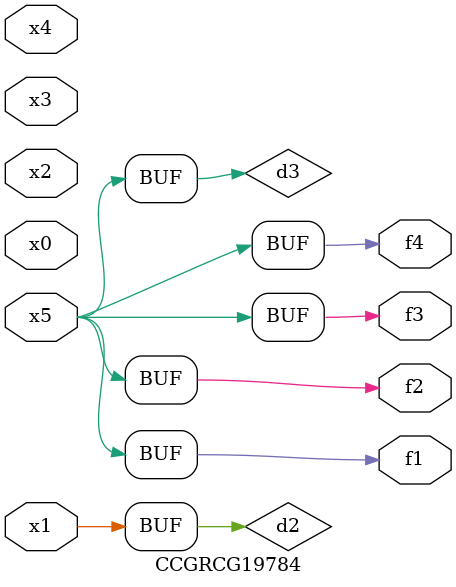
<source format=v>
module CCGRCG19784(
	input x0, x1, x2, x3, x4, x5,
	output f1, f2, f3, f4
);

	wire d1, d2, d3;

	not (d1, x5);
	or (d2, x1);
	xnor (d3, d1);
	assign f1 = d3;
	assign f2 = d3;
	assign f3 = d3;
	assign f4 = d3;
endmodule

</source>
